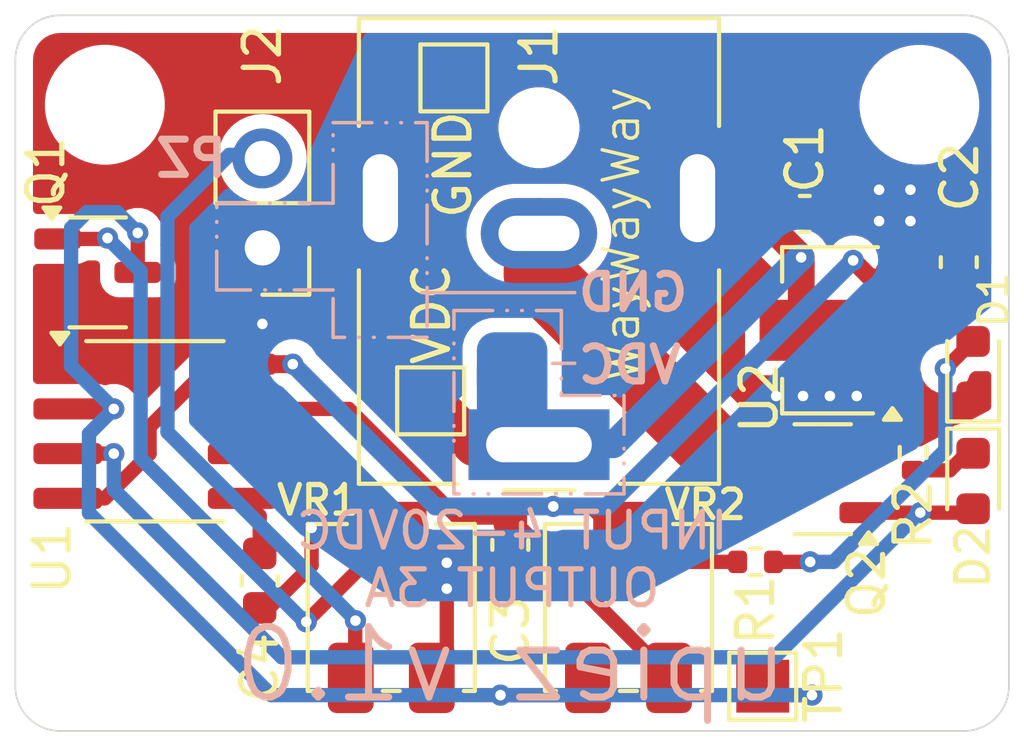
<source format=kicad_pcb>
(kicad_pcb (version 20240108) (generator "pcbnew") (generator_version "8.0")
  (layers (0 "F.Cu" signal) (31 "B.Cu" signal) (34 "B.Paste" user) (35 "F.Paste" user) (36 "B.SilkS" user "B.Silkscreen") (37 "F.SilkS" user "F.Silkscreen") (38 "B.Mask" user) (39 "F.Mask" user) (44 "Edge.Cuts" user))
  (net 0 "")
  (net 1 "GND")
  (net 2 "/L1-")
  (net 3 "/O1")
  (net 4 "/RC1")
  (net 5 "/CV1")
  (net 6 "/In1")
  (net 7 "/Piezo1")
  (net 8 "/P1")
  (net 9 "Net-(D1-A)")
  (net 10 "/3.3V")
  (net 11 "Net-(D2-K)")
  (net 12 "/VDC")
  (footprint "Capacitor_SMD:C_0603_1608Metric" (layer "F.Cu") (at 39.4462 40.4368 -90)
    (property "Reference" "C3" (at 2.4384 0 -90) (layer "F.SilkS"))
    (property "Value" "1uF")
    (fp_line (start -0.14058 0.51) (end 0.14058 0.51) (stroke (width 0.12)) (layer "F.SilkS"))
    (fp_line (start -0.14058 -0.51) (end 0.14058 -0.51) (stroke (width 0.12)) (layer "F.SilkS"))
    (pad "1" smd roundrect (at -0.775 0 270) (size 0.9 0.95) (layers "F.Cu" "F.Paste" "F.Mask") (net 4 "/RC1"))
    (pad "2" smd roundrect (at 0.775 0 270) (size 0.9 0.95) (layers "F.Cu" "F.Paste" "F.Mask") (net 1 "GND"))
  )
  (footprint "Potentiometer_SMD:Potentiometer_Bourns_3314J_Vertical" (layer "F.Cu") (at 42.799 42.2148 180)
    (property "Reference" "VR2" (at -0.9398 2.921 0) (layer "F.SilkS") (effects (font (size 0.8128 0.8128)) (justify left)))
    (property "Value" "100K")
    (fp_line (start 2.37 -2.37) (end 2.37 2.37) (stroke (width 0.12)) (layer "F.SilkS"))
    (fp_line (start 2.06 -2.37) (end 2.37 -2.37) (stroke (width 0.12)) (layer "F.SilkS"))
    (fp_line (start 1.26 2.37) (end 2.37 2.37) (stroke (width 0.12)) (layer "F.SilkS"))
    (fp_line (start -0.24 -2.37) (end 0.24 -2.37) (stroke (width 0.12)) (layer "F.SilkS"))
    (fp_line (start -2.37 2.37) (end -1.27 2.37) (stroke (width 0.12)) (layer "F.SilkS"))
    (fp_line (start -2.37 -2.37) (end -2.06 -2.37) (stroke (width 0.12)) (layer "F.SilkS"))
    (fp_line (start -2.37 -2.37) (end -2.37 2.37) (stroke (width 0.12)) (layer "F.SilkS"))
    (pad "1" smd roundrect (at -1.15 -2 180) (size 1.3 2) (layers "F.Cu" "F.Paste" "F.Mask") (roundrect_rratio 0.1923076923) (net 4 "/RC1"))
    (pad "2" smd roundrect (at 0 2 180) (size 2 2) (layers "F.Cu" "F.Paste" "F.Mask") (roundrect_rratio 0.125) (net 10 "/3.3V"))
    (pad "3" smd roundrect (at 1.15 -2 180) (size 1.3 2) (layers "F.Cu" "F.Paste" "F.Mask") (roundrect_rratio 0.1923076923) (net 6 "/In1"))
  )
  (footprint "Package_SO:SOIC-8_3.9x4.9mm_P1.27mm" (layer "F.Cu") (at 29.3624 37.211)
    (property "Reference" "U1" (at -2.921 3.6068 90) (layer "F.SilkS"))
    (property "Value" "TLC555")
    (fp_line (start 0 -2.56) (end -1.95 -2.56) (stroke (width 0.12)) (layer "F.SilkS"))
    (fp_line (start 0 -2.56) (end 1.95 -2.56) (stroke (width 0.12)) (layer "F.SilkS"))
    (fp_line (start 0 2.56) (end -1.95 2.56) (stroke (width 0.12)) (layer "F.SilkS"))
    (fp_line (start 0 2.56) (end 1.95 2.56) (stroke (width 0.12)) (layer "F.SilkS"))
    (fp_poly (pts (xy -2.7 -2.465) (xy -2.94 -2.795) (xy -2.46 -2.795) (xy -2.7 -2.465)) (stroke (width 0.12)) (fill solid) (layer "F.SilkS"))
    (pad "1" smd roundrect (at -2.475 -1.905) (size 1.95 0.6) (layers "F.Cu" "F.Paste" "F.Mask") (net 1 "GND"))
    (pad "2" smd roundrect (at -2.475 -0.635) (size 1.95 0.6) (layers "F.Cu" "F.Paste" "F.Mask") (net 6 "/In1"))
    (pad "3" smd roundrect (at -2.475 0.635) (size 1.95 0.6) (layers "F.Cu" "F.Paste" "F.Mask") (net 3 "/O1"))
    (pad "4" smd roundrect (at -2.475 1.905) (size 1.95 0.6) (layers "F.Cu" "F.Paste" "F.Mask") (net 10 "/3.3V"))
    (pad "5" smd roundrect (at 2.475 1.905) (size 1.95 0.6) (layers "F.Cu" "F.Paste" "F.Mask") (net 5 "/CV1"))
    (pad "6" smd roundrect (at 2.475 0.635) (size 1.95 0.6) (layers "F.Cu" "F.Paste" "F.Mask") (net 4 "/RC1"))
    (pad "7" smd roundrect (at 2.475 -0.635) (size 1.95 0.6) (layers "F.Cu" "F.Paste" "F.Mask") (net 4 "/RC1"))
    (pad "8" smd roundrect (at 2.475 -1.905) (size 1.95 0.6) (layers "F.Cu" "F.Paste" "F.Mask") (net 10 "/3.3V"))
  )
  (footprint "MountingHole:MountingHole_2.7mm_M2.5" (layer "F.Cu") (at 51.054 43.18)
    (property "Reference" "S" (hide yes))
    (property "Value" "M3" (hide yes))
    (pad "" np_thru_hole circle (at 0 0) (size 2.7 2.7) (drill 2.7) (layers "*.Cu" "*.Mask"))
  )
  (footprint "MountingHole:MountingHole_2.7mm_M2.5" (layer "F.Cu") (at 51.054 27.94)
    (property "Reference" "S" (hide yes))
    (property "Value" "M3" (hide yes))
    (pad "" np_thru_hole circle (at 0 0) (size 2.7 2.7) (drill 2.7) (layers "*.Cu" "*.Mask"))
  )
  (footprint "Connector_PinHeader_2.54mm:PinHeader_1x02_P2.54mm_Vertical" (layer "F.Cu") (at 32.4104 32.004 180)
    (property "Reference" "J2" (at 0 5.461 90) (layer "F.SilkS"))
    (property "Value" "Conn_01x02_Pin" (hide yes))
    (fp_line (start 1.33 1.27) (end 1.33 3.87) (stroke (width 0.12)) (layer "F.SilkS"))
    (fp_line (start -1.33 3.87) (end 1.33 3.87) (stroke (width 0.12)) (layer "F.SilkS"))
    (fp_line (start -1.33 1.27) (end 1.33 1.27) (stroke (width 0.12)) (layer "F.SilkS"))
    (fp_line (start -1.33 1.27) (end -1.33 3.87) (stroke (width 0.12)) (layer "F.SilkS"))
    (fp_line (start -1.33 0) (end -1.33 -1.33) (stroke (width 0.12)) (layer "F.SilkS"))
    (fp_line (start -1.33 -1.33) (end 0 -1.33) (stroke (width 0.12)) (layer "F.SilkS"))
    (pad "1" thru_hole rect (at 0 0 180) (size 1.7 1.7) (drill 1) (layers "*.Cu" "*.Mask") (net 1 "GND"))
    (pad "2" thru_hole oval (at 0 2.54 180) (size 1.7 1.7) (drill 1) (layers "*.Cu" "*.Mask") (net 7 "/Piezo1"))
  )
  (footprint "TestPoint:TestPoint_Pad_1.5x1.5mm" (layer "F.Cu") (at 37.1856 36.3474 180)
    (property "Reference" "VDC" (at -0.0254 2.4638 90) (layer "F.SilkS") (effects (font (size 0.9906 0.9906) (thickness 0.1524) (bold yes))))
    (property "Value" "TestPoint_Pad_1.5x1.5mm" (hide yes))
    (fp_line (start 0.95 0.95) (end -0.95 0.95) (stroke (width 0.12)) (layer "F.SilkS"))
    (fp_line (start 0.95 -0.95) (end 0.95 0.95) (stroke (width 0.12)) (layer "F.SilkS"))
    (fp_line (start -0.95 0.95) (end -0.95 -0.95) (stroke (width 0.12)) (layer "F.SilkS"))
    (fp_line (start -0.95 -0.95) (end 0.95 -0.95) (stroke (width 0.12)) (layer "F.SilkS"))
    (pad "1" smd rect (at 0 0 180) (size 1.5 1.5) (layers "F.Cu" "F.Mask") (net 12 "/VDC"))
  )
  (footprint "TestPoint:TestPoint_Pad_1.5x1.5mm" (layer "F.Cu") (at 46.609 44.45 180)
    (property "Reference" "TP1" (at -1.7272 0.3048 90) (layer "F.SilkS") (effects (font (size 0.9906 0.9906) (thickness 0.1524) (bold yes))))
    (property "Value" "TestPoint_Pad_1.5x1.5mm" (hide yes))
    (fp_line (start 0.95 0.95) (end -0.95 0.95) (stroke (width 0.12)) (layer "F.SilkS"))
    (fp_line (start 0.95 -0.95) (end 0.95 0.95) (stroke (width 0.12)) (layer "F.SilkS"))
    (fp_line (start -0.95 0.95) (end -0.95 -0.95) (stroke (width 0.12)) (layer "F.SilkS"))
    (fp_line (start -0.95 -0.95) (end 0.95 -0.95) (stroke (width 0.12)) (layer "F.SilkS"))
    (pad "1" smd rect (at 0 0 180) (size 1.5 1.5) (layers "F.Cu" "F.Mask") (net 6 "/In1"))
  )
  (footprint "MountingHole:MountingHole_2.7mm_M2.5" (layer "F.Cu") (at 27.94 27.94)
    (property "Reference" "S" (hide yes))
    (property "Value" "M3" (hide yes))
    (pad "" np_thru_hole circle (at 0 0) (size 2.7 2.7) (drill 2.7) (layers "*.Cu" "*.Mask"))
  )
  (footprint "MountingHole:MountingHole_2.7mm_M2.5" (layer "F.Cu") (at 27.94 43.18)
    (property "Reference" "S" (hide yes))
    (property "Value" "M3" (hide yes))
    (pad "" np_thru_hole circle (at 0 0) (size 2.7 2.7) (drill 2.7) (layers "*.Cu" "*.Mask"))
  )
  (footprint "LED_SMD:LED_0603_1608Metric" (layer "F.Cu") (at 52.578 38.6232 -90)
    (property "Reference" "D2" (at 2.159 0 90) (layer "F.SilkS") (effects (font (size 0.9144 0.9144))))
    (property "Value" "~" (hide yes))
    (fp_line (start -1.485 0.735) (end 0.8 0.735) (stroke (width 0.12)) (layer "F.SilkS"))
    (fp_line (start -1.485 -0.735) (end -1.485 0.735) (stroke (width 0.12)) (layer "F.SilkS"))
    (fp_line (start 0.8 -0.735) (end -1.485 -0.735) (stroke (width 0.12)) (layer "F.SilkS"))
    (pad "1" smd roundrect (at -0.7875 0 270) (size 0.875 0.95) (layers "F.Cu" "F.Paste" "F.Mask") (net 11 "Net-(D2-K)"))
    (pad "2" smd roundrect (at 0.7875 0 270) (size 0.875 0.95) (layers "F.Cu" "F.Paste" "F.Mask") (net 3 "/O1"))
  )
  (footprint "Connector_BarrelJack:BarrelJack_CUI_PJ-063AH_Horizontal" (layer "F.Cu") (at 40.259 37.592 180)
    (property "Reference" "J1" (at 0 11.049 90) (layer "F.SilkS"))
    (property "Value" "Barrel_Jack_MountingPin" (hide yes))
    (fp_line (start 5.11 12.11) (end -5.11 12.11) (stroke (width 0.12)) (layer "F.SilkS"))
    (fp_line (start 5.11 9.05) (end 5.11 12.11) (stroke (width 0.12)) (layer "F.SilkS"))
    (fp_line (start 5.11 -1.11) (end 5.11 4.95) (stroke (width 0.12)) (layer "F.SilkS"))
    (fp_line (start 2.3 -1.11) (end 5.11 -1.11) (stroke (width 0.12)) (layer "F.SilkS"))
    (fp_line (start -1 -1.3) (end 1 -1.3) (stroke (width 0.12)) (layer "F.SilkS"))
    (fp_line (start -5.11 12.11) (end -5.11 9.05) (stroke (width 0.12)) (layer "F.SilkS"))
    (fp_line (start -5.11 4.95) (end -5.11 -1.11) (stroke (width 0.12)) (layer "F.SilkS"))
    (fp_line (start -5.11 -1.11) (end -2.3 -1.11) (stroke (width 0.12)) (layer "F.SilkS"))
    (pad "" np_thru_hole circle (at 0 9 180) (size 1.6 1.6) (drill 1.6) (layers "*.Cu" "*.Mask"))
    (pad "1" thru_hole rect (at 0 0 180) (size 4 2) (drill oval 3 1) (layers "*.Cu" "*.Mask") (net 12 "/VDC"))
    (pad "2" thru_hole oval (at 0 6 180) (size 3.3 2) (drill oval 2.3 1) (layers "*.Cu" "*.Mask") (net 2 "/L1-"))
    (pad "MP" thru_hole oval (at -4.5 7 180) (size 2 3.5) (drill oval 1 2.5) (layers "*.Cu" "*.Mask") (net 1 "GND"))
    (pad "MP" thru_hole oval (at 4.5 7 180) (size 2 3.5) (drill oval 1 2.5) (layers "*.Cu" "*.Mask") (net 1 "GND"))
  )
  (footprint "Capacitor_SMD:C_0603_1608Metric" (layer "F.Cu") (at 52.1716 32.4104 90)
    (property "Reference" "C2" (at 2.413 0.0254 90) (layer "F.SilkS"))
    (property "Value" "1uF")
    (fp_line (start -0.14058 -0.51) (end 0.14058 -0.51) (stroke (width 0.12)) (layer "F.SilkS"))
    (fp_line (start -0.14058 0.51) (end 0.14058 0.51) (stroke (width 0.12)) (layer "F.SilkS"))
    (pad "1" smd roundrect (at -0.775 0 90) (size 0.9 0.95) (layers "F.Cu" "F.Paste" "F.Mask") (net 10 "/3.3V"))
    (pad "2" smd roundrect (at 0.775 0 90) (size 0.9 0.95) (layers "F.Cu" "F.Paste" "F.Mask") (net 1 "GND"))
  )
  (footprint "LED_SMD:LED_0603_1608Metric" (layer "F.Cu") (at 52.578 35.4482 90)
    (property "Reference" "D1" (at 1.971 0.5842 90) (layer "F.SilkS") (effects (font (size 0.8001 0.8001) (thickness 0.127))))
    (property "Value" "~" (hide yes))
    (fp_line (start 0.8 -0.735) (end -1.485 -0.735) (stroke (width 0.12)) (layer "F.SilkS"))
    (fp_line (start -1.485 -0.735) (end -1.485 0.735) (stroke (width 0.12)) (layer "F.SilkS"))
    (fp_line (start -1.485 0.735) (end 0.8 0.735) (stroke (width 0.12)) (layer "F.SilkS"))
    (pad "1" smd roundrect (at -0.7875 0 90) (size 0.875 0.95) (layers "F.Cu" "F.Paste" "F.Mask") (net 1 "GND"))
    (pad "2" smd roundrect (at 0.7875 0 90) (size 0.875 0.95) (layers "F.Cu" "F.Paste" "F.Mask") (net 9 "Net-(D1-A)"))
  )
  (footprint "Resistor_SMD:R_0402_1005Metric" (layer "F.Cu") (at 50.8762 37.8104 90)
    (property "Reference" "R2" (at -1.778 0 90) (layer "F.SilkS"))
    (property "Value" "330")
    (fp_line (start -0.153641 -0.38) (end 0.153641 -0.38) (stroke (width 0.12)) (layer "F.SilkS"))
    (fp_line (start -0.153641 0.38) (end 0.153641 0.38) (stroke (width 0.12)) (layer "F.SilkS"))
    (pad "1" smd roundrect (at -0.51 0 90) (size 0.54 0.64) (layers "F.Cu" "F.Paste" "F.Mask") (net 11 "Net-(D2-K)"))
    (pad "2" smd roundrect (at 0.51 0 90) (size 0.54 0.64) (layers "F.Cu" "F.Paste" "F.Mask") (net 1 "GND"))
  )
  (footprint "Capacitor_SMD:C_0603_1608Metric" (layer "F.Cu") (at 32.3342 41.4528 -90)
    (property "Reference" "C4" (at 2.4638 0 90) (layer "F.SilkS"))
    (property "Value" "1uF")
    (fp_line (start -0.14058 0.51) (end 0.14058 0.51) (stroke (width 0.12)) (layer "F.SilkS"))
    (fp_line (start -0.14058 -0.51) (end 0.14058 -0.51) (stroke (width 0.12)) (layer "F.SilkS"))
    (pad "1" smd roundrect (at -0.775 0 270) (size 0.9 0.95) (layers "F.Cu" "F.Paste" "F.Mask") (net 5 "/CV1"))
    (pad "2" smd roundrect (at 0.775 0 270) (size 0.9 0.95) (layers "F.Cu" "F.Paste" "F.Mask") (net 1 "GND"))
  )
  (footprint "Package_TO_SOT_SMD:SOT-23-3" (layer "F.Cu") (at 27.7368 32.7)
    (property "Reference" "Q1" (at -1.4732 -2.855 90) (layer "F.SilkS"))
    (property "Value" "DMN2046U" (hide yes))
    (fp_line (start 0 -1.56) (end -0.8 -1.56) (stroke (width 0.12)) (layer "F.SilkS"))
    (fp_line (start 0 -1.56) (end 0.8 -1.56) (stroke (width 0.12)) (layer "F.SilkS"))
    (fp_line (start 0 1.56) (end -0.8 1.56) (stroke (width 0.12)) (layer "F.SilkS"))
    (fp_line (start 0 1.56) (end 0.8 1.56) (stroke (width 0.12)) (layer "F.SilkS"))
    (fp_poly (pts (xy -1.3 -1.51) (xy -1.54 -1.84) (xy -1.06 -1.84) (xy -1.3 -1.51)) (stroke (width 0.12)) (fill solid) (layer "F.SilkS"))
    (pad "1" smd roundrect (at -1.1375 -0.95) (size 1.325 0.6) (layers "F.Cu" "F.Paste" "F.Mask") (net 8 "/P1"))
    (pad "2" smd roundrect (at -1.1375 0.95) (size 1.325 0.6) (layers "F.Cu" "F.Paste" "F.Mask") (net 1 "GND"))
    (pad "3" smd roundrect (at 1.1375 0) (size 1.325 0.6) (layers "F.Cu" "F.Paste" "F.Mask") (net 6 "/In1"))
  )
  (footprint "Package_TO_SOT_SMD:SOT-89-3" (layer "F.Cu") (at 48.5188 34.3439 180)
    (property "Reference" "U2" (at 2.0114 -1.9171 90) (layer "F.SilkS"))
    (property "Value" "AP7380")
    (fp_line (start 1.36 2.36) (end -1.36 2.36) (stroke (width 0.12)) (layer "F.SilkS"))
    (fp_line (start 1.36 1.38) (end 1.36 2.36) (stroke (width 0.12)) (layer "F.SilkS"))
    (fp_line (start 1.36 -1.38) (end 1.36 -2.36) (stroke (width 0.12)) (layer "F.SilkS"))
    (fp_line (start -1.22 -2.36) (end 1.36 -2.36) (stroke (width 0.12)) (layer "F.SilkS"))
    (fp_poly (pts (xy -1.77 -2.21) (xy -2.01 -2.54) (xy -1.53 -2.54) (xy -1.77 -2.21)) (stroke (width 0.12)) (fill solid) (layer "F.SilkS"))
    (pad "1" smd roundrect (at -1.95 -1.5 180) (size 1.3 0.9) (layers "F.Cu" "F.Paste" "F.Mask") (net 1 "GND"))
    (pad "2" smd custom (at -1.8625 0 180) (size 1.475 0.9) (layers "F.Cu" "F.Paste" "F.Mask") (net 12 "/VDC") (options (clearance outline) (anchor rect)) (primitives (gr_poly (pts (xy 3.8625 0.8665) (xy 0.7375 0.8665) (xy 0.7375 -0.8665) (xy 3.8625 -0.8665)) (width 0) (fill yes))))
    (pad "3" smd roundrect (at -1.95 1.5 180) (size 1.3 0.9) (layers "F.Cu" "F.Paste" "F.Mask") (net 10 "/3.3V"))
  )
  (footprint "Capacitor_SMD:C_0603_1608Metric" (layer "F.Cu") (at 47.8028 31.0388)
    (property "Reference" "C1" (at 0 -1.5748 90) (layer "F.SilkS"))
    (property "Value" "1uF")
    (fp_line (start -0.14058 -0.51) (end 0.14058 -0.51) (stroke (width 0.12)) (layer "F.SilkS"))
    (fp_line (start -0.14058 0.51) (end 0.14058 0.51) (stroke (width 0.12)) (layer "F.SilkS"))
    (pad "1" smd roundrect (at -0.775 0) (size 0.9 0.95) (layers "F.Cu" "F.Paste" "F.Mask") (net 12 "/VDC"))
    (pad "2" smd roundrect (at 0.775 0) (size 0.9 0.95) (layers "F.Cu" "F.Paste" "F.Mask") (net 1 "GND"))
  )
  (footprint "TestPoint:TestPoint_Pad_1.5x1.5mm" (layer "F.Cu") (at 37.846 27.178)
    (property "Reference" "GND" (at -0.0254 2.4638 90) (layer "F.SilkS") (effects (font (size 0.9906 0.9906) (thickness 0.1524) (bold yes))))
    (property "Value" "TestPoint_Pad_1.5x1.5mm" (hide yes))
    (fp_line (start -0.95 -0.95) (end 0.95 -0.95) (stroke (width 0.12)) (layer "F.SilkS"))
    (fp_line (start -0.95 0.95) (end -0.95 -0.95) (stroke (width 0.12)) (layer "F.SilkS"))
    (fp_line (start 0.95 -0.95) (end 0.95 0.95) (stroke (width 0.12)) (layer "F.SilkS"))
    (fp_line (start 0.95 0.95) (end -0.95 0.95) (stroke (width 0.12)) (layer "F.SilkS"))
    (pad "1" smd rect (at 0 0) (size 1.5 1.5) (layers "F.Cu" "F.Mask") (net 1 "GND"))
  )
  (footprint "Potentiometer_SMD:Potentiometer_Bourns_3314J_Vertical" (layer "F.Cu") (at 36.068 42.2148 180)
    (property "Reference" "VR1" (at 3.3274 3.048 180) (layer "F.SilkS") (effects (font (size 0.8128 0.8128)) (justify left)))
    (property "Value" "100K")
    (fp_line (start 2.37 -2.37) (end 2.37 2.37) (stroke (width 0.12)) (layer "F.SilkS"))
    (fp_line (start 2.06 -2.37) (end 2.37 -2.37) (stroke (width 0.12)) (layer "F.SilkS"))
    (fp_line (start 1.26 2.37) (end 2.37 2.37) (stroke (width 0.12)) (layer "F.SilkS"))
    (fp_line (start -0.24 -2.37) (end 0.24 -2.37) (stroke (width 0.12)) (layer "F.SilkS"))
    (fp_line (start -2.37 2.37) (end -1.27 2.37) (stroke (width 0.12)) (layer "F.SilkS"))
    (fp_line (start -2.37 -2.37) (end -2.06 -2.37) (stroke (width 0.12)) (layer "F.SilkS"))
    (fp_line (start -2.37 -2.37) (end -2.37 2.37) (stroke (width 0.12)) (layer "F.SilkS"))
    (pad "1" smd roundrect (at -1.15 -2 180) (size 1.3 2) (layers "F.Cu" "F.Paste" "F.Mask") (roundrect_rratio 0.1923076923) (net 1 "GND"))
    (pad "2" smd roundrect (at 0 2 180) (size 2 2) (layers "F.Cu" "F.Paste" "F.Mask") (roundrect_rratio 0.125) (net 8 "/P1"))
    (pad "3" smd roundrect (at 1.15 -2 180) (size 1.3 2) (layers "F.Cu" "F.Paste" "F.Mask") (roundrect_rratio 0.1923076923) (net 7 "/Piezo1"))
  )
  (footprint "Package_TO_SOT_SMD:SOT-23-3" (layer "F.Cu") (at 48.3108 38.5724 180)
    (property "Reference" "Q2" (at -1.2446 -2.9464 90) (layer "F.SilkS"))
    (property "Value" "DMN2046U" (hide yes))
    (fp_line (start 0 1.56) (end 0.8 1.56) (stroke (width 0.12)) (layer "F.SilkS"))
    (fp_line (start 0 1.56) (end -0.8 1.56) (stroke (width 0.12)) (layer "F.SilkS"))
    (fp_line (start 0 -1.56) (end 0.8 -1.56) (stroke (width 0.12)) (layer "F.SilkS"))
    (fp_line (start 0 -1.56) (end -0.8 -1.56) (stroke (width 0.12)) (layer "F.SilkS"))
    (fp_poly (pts (xy -1.3 -1.51) (xy -1.54 -1.84) (xy -1.06 -1.84) (xy -1.3 -1.51)) (stroke (width 0.12)) (fill solid) (layer "F.SilkS"))
    (pad "1" smd roundrect (at -1.1375 -0.95 180) (size 1.325 0.6) (layers "F.Cu" "F.Paste" "F.Mask") (net 3 "/O1"))
    (pad "2" smd roundrect (at -1.1375 0.95 180) (size 1.325 0.6) (layers "F.Cu" "F.Paste" "F.Mask") (net 1 "GND"))
    (pad "3" smd roundrect (at 1.1375 0 180) (size 1.325 0.6) (layers "F.Cu" "F.Paste" "F.Mask") (net 2 "/L1-"))
  )
  (footprint "Resistor_SMD:R_0402_1005Metric" (layer "F.Cu") (at 46.4058 40.9194)
    (property "Reference" "R1" (at 0 1.3716 90) (layer "F.SilkS"))
    (property "Value" "330")
    (fp_line (start -0.153641 -0.38) (end 0.153641 -0.38) (stroke (width 0.12)) (layer "F.SilkS"))
    (fp_line (start -0.153641 0.38) (end 0.153641 0.38) (stroke (width 0.12)) (layer "F.SilkS"))
    (pad "1" smd roundrect (at -0.51 0) (size 0.54 0.64) (layers "F.Cu" "F.Paste" "F.Mask") (net 10 "/3.3V"))
    (pad "2" smd roundrect (at 0.51 0) (size 0.54 0.64) (layers "F.Cu" "F.Paste" "F.Mask") (net 9 "Net-(D1-A)"))
  )
  (footprint "Connector_Wire:SolderWirePad_1x01_SMD_1x2mm" (layer "B.Cu") (at 39.497 35.4 -90)
    (property "Reference" "J3" (hide yes))
    (property "Value" "Conn_01x01")
    (pad "1" smd roundrect (at 0 0 270) (size 2 2) (layers "B.Cu" "B.Mask") (net 12 "/VDC"))
  )
  (footprint "Connector_Wire:SolderWirePad_1x01_SMD_1x2mm" (layer "B.Cu") (at 35.7632 33.2994 -90)
    (property "Reference" "J4" (hide yes))
    (property "Value" "Conn_01x01")
    (pad "1" smd roundrect (at 0 0 270) (size 2 2) (layers "B.Cu" "B.Mask") (net 1 "GND"))
  )
  (gr_poly (pts (xy 31.115 33.1978) (xy 31.115 30.734) (xy 34.417 30.734) (xy 34.417 28.448) (xy 37.084 28.448) (xy 37.084 34.544) (xy 34.417 34.544) (xy 34.417 33.1978)) (stroke (width 0.1) (type dash_dot_dot)) (fill none) (layer "B.SilkS"))
  (gr_poly (pts (xy 40.894 33.782) (xy 40.894 36.195) (xy 42.672 36.195) (xy 42.672 38.989) (xy 37.846 38.989) (xy 37.846 33.782)) (stroke (width 0.1) (type dash_dot_dot)) (fill none) (layer "B.SilkS"))
  (gr_line (start 41.275 35.2806) (end 40.64 35.2806) (stroke (width 0.1)) (layer "B.SilkS"))
  (gr_line (start 41.275 33.274) (end 36.9316 33.274) (stroke (width 0.1)) (layer "B.SilkS"))
  (gr_arc (start 53.594 44.45) (mid 53.222026 45.348026) (end 52.324 45.72) (stroke (width 0.05)) (layer "Edge.Cuts"))
  (gr_line (start 25.4 29.718) (end 25.4 26.67) (stroke (width 0.05)) (layer "Edge.Cuts"))
  (gr_arc (start 52.324 25.4) (mid 53.222026 25.771974) (end 53.594 26.67) (stroke (width 0.05)) (layer "Edge.Cuts"))
  (gr_line (start 25.4 44.45) (end 25.4 29.718) (stroke (width 0.05)) (layer "Edge.Cuts"))
  (gr_arc (start 26.67 45.72) (mid 25.771974 45.348026) (end 25.4 44.45) (stroke (width 0.05)) (layer "Edge.Cuts"))
  (gr_line (start 26.67 25.4) (end 52.324 25.4) (stroke (width 0.05)) (layer "Edge.Cuts"))
  (gr_arc (start 25.4 26.67) (mid 25.771974 25.771974) (end 26.67 25.4) (stroke (width 0.05)) (layer "Edge.Cuts"))
  (gr_line (start 53.594 26.67) (end 53.594 44.45) (stroke (width 0.05)) (layer "Edge.Cuts"))
  (gr_line (start 52.324 45.72) (end 26.67 45.72) (stroke (width 0.05)) (layer "Edge.Cuts"))
  (gr_text "upiez v1.0" (at 39.4716 42.672 0) (layer "B.SilkS") (effects (font (size 2 2) (thickness 0.2)) (justify top mirror)))
  (gr_text "INPUT 4-20VDC\nOUTPUT 3A" (at 39.497 42.2656 0) (layer "B.SilkS") (effects (font (size 1.016 1.016)) (justify bottom mirror)))
  (gr_text "GND" (at 41.275 33.8582 0) (layer "B.SilkS") (effects (font (size 1 1) (thickness 0.2) (bold yes)) (justify right bottom mirror)))
  (gr_text "PZ" (at 31.496 29.464 0) (layer "B.SilkS") (effects (font (size 1 1) (thickness 0.2) (bold yes)) (justify left mirror)))
  (gr_text "VDC" (at 41.275 35.9156 0) (layer "B.SilkS") (effects (font (size 1 1) (thickness 0.2) (bold yes)) (justify right bottom mirror)))
  (gr_text "WayWayWay" (at 43.18 31.623 90) (layer "F.SilkS") (effects (font (size 1 1) (thickness 0.1)) (justify bottom)))
  (segment (start 33.8074 39.9542) (end 33.8074 41.021) (width 0.4064) (layer "F.Cu") (net 1))
  (segment (start 37.6428 41.6814) (end 37.6428 43.79) (width 0.4064) (layer "F.Cu") (net 1))
  (segment (start 33.8074 41.021) (end 32.5374 42.291) (width 0.4064) (layer "F.Cu") (net 1))
  (via (at 50.8 30.353) (size 0.6) (drill 0.3) (layers "F.Cu" "B.Cu") (net 1))
  (via (at 37.6428 40.9448) (size 0.6) (drill 0.3) (layers "F.Cu" "B.Cu") (net 1))
  (via (at 49.911 30.353) (size 0.6) (drill 0.3) (layers "F.Cu" "B.Cu") (net 1))
  (via (at 46.99 36.2102) (size 0.6) (drill 0.3) (layers "F.Cu" "B.Cu") (net 1))
  (via (at 37.6428 41.6814) (size 0.6) (drill 0.3) (layers "F.Cu" "B.Cu") (net 1))
  (via (at 32.4104 34.163) (size 0.6) (drill 0.3) (layers "F.Cu" "B.Cu") (net 1))
  (via (at 49.276 36.2102) (size 0.6) (drill 0.3) (layers "F.Cu" "B.Cu") (net 1))
  (via (at 48.514 36.2102) (size 0.6) (drill 0.3) (layers "F.Cu" "B.Cu") (net 1))
  (via (at 50.8 31.242) (size 0.6) (drill 0.3) (layers "F.Cu" "B.Cu") (net 1))
  (via (at 33.8074 39.9542) (size 0.6) (drill 0.3) (layers "F.Cu" "B.Cu") (net 1))
  (via (at 47.752 36.2102) (size 0.6) (drill 0.3) (layers "F.Cu" "B.Cu") (net 1))
  (via (at 49.911 31.242) (size 0.6) (drill 0.3) (layers "F.Cu" "B.Cu") (net 1))
  (segment (start 46.0654 38.5724) (end 40.259 32.766) (width 2) (layer "F.Cu") (net 2))
  (segment (start 47.1733 38.5724) (end 46.0654 38.5724) (width 2) (layer "F.Cu") (net 2))
  (segment (start 40.259 32.766) (end 40.259 31.592) (width 2) (layer "F.Cu") (net 2))
  (segment (start 26.8874 37.846) (end 28.194 37.846) (width 0.4064) (layer "F.Cu") (net 3))
  (segment (start 49.4483 39.5224) (end 52.4663 39.5224) (width 0.4064) (layer "F.Cu") (net 3))
  (via (at 28.194 37.846) (size 0.6) (drill 0.3) (layers "F.Cu" "B.Cu") (net 3))
  (via (at 51.0794 39.5224) (size 0.6) (drill 0.3) (layers "F.Cu" "B.Cu") (net 3))
  (segment (start 51.0794 39.5224) (end 51.054 39.5224) (width 0.4064) (layer "B.Cu") (net 3))
  (segment (start 46.9472 43.6292) (end 32.9612 43.6292) (width 0.4064) (layer "B.Cu") (net 3))
  (segment (start 32.9612 43.6292) (end 28.194 38.862) (width 0.4064) (layer "B.Cu") (net 3))
  (segment (start 51.054 39.5224) (end 46.9472 43.6292) (width 0.4064) (layer "B.Cu") (net 3))
  (segment (start 28.194 38.862) (end 28.194 37.846) (width 0.4064) (layer "B.Cu") (net 3))
  (segment (start 34.859892 36.576) (end 31.8374 36.576) (width 0.4064) (layer "F.Cu") (net 4))
  (segment (start 39.4462 39.6618) (end 37.945692 39.6618) (width 0.4064) (layer "F.Cu") (net 4))
  (segment (start 43.949 44.1646) (end 39.4462 39.6618) (width 0.4064) (layer "F.Cu") (net 4))
  (segment (start 31.8374 36.576) (end 31.8374 37.846) (width 0.4064) (layer "F.Cu") (net 4))
  (segment (start 37.945692 39.6618) (end 34.859892 36.576) (width 0.4064) (layer "F.Cu") (net 4))
  (segment (start 32.3342 39.6128) (end 31.8374 39.116) (width 0.4064) (layer "F.Cu") (net 5))
  (segment (start 32.3342 40.6778) (end 32.3342 39.6128) (width 0.4064) (layer "F.Cu") (net 5))
  (segment (start 28.8743 31.5777) (end 28.8743 32.7) (width 0.4064) (layer "F.Cu") (net 6))
  (segment (start 48.006 44.704) (end 46.863 44.704) (width 0.4064) (layer "F.Cu") (net 6))
  (segment (start 41.1598 44.704) (end 41.649 44.2148) (width 0.4064) (layer "F.Cu") (net 6))
  (segment (start 26.8874 36.576) (end 28.194 36.576) (width 0.4064) (layer "F.Cu") (net 6))
  (segment (start 39.1668 44.704) (end 41.1598 44.704) (width 0.4064) (layer "F.Cu") (net 6))
  (via (at 39.1668 44.704) (size 0.6) (drill 0.3) (layers "F.Cu" "B.Cu") (net 6))
  (via (at 48.006 44.704) (size 0.6) (drill 0.3) (layers "F.Cu" "B.Cu") (net 6))
  (via (at 28.194 36.576) (size 0.6) (drill 0.3) (layers "F.Cu" "B.Cu") (net 6))
  (via (at 28.8743 31.5777) (size 0.6) (drill 0.3) (layers "F.Cu" "B.Cu") (net 6))
  (segment (start 27.4908 37.2792) (end 28.194 36.576) (width 0.4064) (layer "B.Cu") (net 6))
  (segment (start 26.9828 31.4372) (end 26.9828 35.3648) (width 0.4064) (layer "B.Cu") (net 6))
  (segment (start 32.663531 44.704) (end 27.4908 39.531269) (width 0.4064) (layer "B.Cu") (net 6))
  (segment (start 26.9828 35.3648) (end 28.194 36.576) (width 0.4064) (layer "B.Cu") (net 6))
  (segment (start 28.2846 30.988) (end 27.432 30.988) (width 0.4064) (layer "B.Cu") (net 6))
  (segment (start 48.006 44.704) (end 32.663531 44.704) (width 0.4064) (layer "B.Cu") (net 6))
  (segment (start 27.4908 39.531269) (end 27.4908 37.2792) (width 0.4064) (layer "B.Cu") (net 6))
  (segment (start 28.8743 31.5777) (end 28.2846 30.988) (width 0.4064) (layer "B.Cu") (net 6))
  (segment (start 27.432 30.988) (end 26.9828 31.4372) (width 0.4064) (layer "B.Cu") (net 6))
  (segment (start 35.045 42.5948) (end 35.045 44.2148) (width 0.4064) (layer "F.Cu") (net 7))
  (segment (start 35.052 42.5878) (end 35.045 42.5948) (width 0.4064) (layer "F.Cu") (net 7))
  (via (at 35.052 42.5878) (size 0.6) (drill 0.3) (layers "F.Cu" "B.Cu") (net 7))
  (segment (start 29.718 31.115) (end 31.4706 29.3624) (width 0.4064) (layer "B.Cu") (net 7))
  (segment (start 35.052 42.5704) (end 29.718 37.2364) (width 0.4064) (layer "B.Cu") (net 7))
  (segment (start 31.4706 29.3624) (end 32.512 29.3624) (width 0.4064) (layer "B.Cu") (net 7))
  (segment (start 35.052 42.5878) (end 35.052 42.5704) (width 0.4064) (layer "B.Cu") (net 7))
  (segment (start 29.718 37.2364) (end 29.718 31.115) (width 0.4064) (layer "B.Cu") (net 7))
  (segment (start 28.0162 31.7246) (end 27.9908 31.75) (width 0.4064) (layer "F.Cu") (net 8))
  (segment (start 33.655 42.6212) (end 35.7632 40.513) (width 0.4064) (layer "F.Cu") (net 8))
  (segment (start 27.9908 31.75) (end 26.5993 31.75) (width 0.4064) (layer "F.Cu") (net 8))
  (via (at 28.0162 31.7246) (size 0.6) (drill 0.3) (layers "F.Cu" "B.Cu") (net 8))
  (via (at 33.655 42.6212) (size 0.6) (drill 0.3) (layers "F.Cu" "B.Cu") (net 8))
  (segment (start 33.6042 42.6212) (end 28.956 37.973) (width 0.4064) (layer "B.Cu") (net 8))
  (segment (start 33.655 42.6212) (end 33.6042 42.6212) (width 0.4064) (layer "B.Cu") (net 8))
  (segment (start 28.956 32.6644) (end 28.0162 31.7246) (width 0.4064) (layer "B.Cu") (net 8))
  (segment (start 28.956 37.973) (end 28.956 32.6644) (width 0.4064) (layer "B.Cu") (net 8))
  (segment (start 47.9552 40.9194) (end 46.9158 40.9194) (width 0.4064) (layer "F.Cu") (net 9))
  (segment (start 51.7906 35.433) (end 52.5629 34.6607) (width 0.4064) (layer "F.Cu") (net 9))
  (via (at 51.7906 35.433) (size 0.6) (drill 0.3) (layers "F.Cu" "B.Cu") (net 9))
  (via (at 47.9552 40.9194) (size 0.6) (drill 0.3) (layers "F.Cu" "B.Cu") (net 9))
  (segment (start 47.9552 40.9194) (end 48.6156 40.9194) (width 0.4064) (layer "B.Cu") (net 9))
  (segment (start 51.7906 37.7444) (end 51.7906 35.433) (width 0.4064) (layer "B.Cu") (net 9))
  (segment (start 48.6156 40.9194) (end 51.7906 37.7444) (width 0.4064) (layer "B.Cu") (net 9))
  (segment (start 45.8958 40.9194) (end 43.5036 40.9194) (width 0.4064) (layer "F.Cu") (net 10))
  (segment (start 49.6587 32.8439) (end 50.4688 32.8439) (width 0.508) (layer "F.Cu") (net 10))
  (segment (start 51.321 33.1854) (end 52.1716 33.1854) (width 0.508) (layer "F.Cu") (net 10))
  (segment (start 31.8374 35.306) (end 30.988 35.306) (width 0.4064) (layer "F.Cu") (net 10))
  (segment (start 29.21 37.084) (end 29.21 37.846) (width 0.4064) (layer "F.Cu") (net 10))
  (segment (start 30.988 35.306) (end 29.21 37.084) (width 0.4064) (layer "F.Cu") (net 10))
  (segment (start 29.21 37.846) (end 27.94 39.116) (width 0.4064) (layer "F.Cu") (net 10))
  (segment (start 33.274 35.306) (end 31.8374 35.306) (width 0.508) (layer "F.Cu") (net 10))
  (segment (start 40.6654 39.3446) (end 41.7256 39.3446) (width 0.4064) (layer "F.Cu") (net 10))
  (segment (start 41.7256 39.3446) (end 42.799 40.418) (width 0.4064) (layer "F.Cu") (net 10))
  (segment (start 27.94 39.116) (end 26.67 39.116) (width 0.4064) (layer "F.Cu") (net 10))
  (segment (start 49.1744 32.3596) (end 49.6587 32.8439) (width 0.508) (layer "F.Cu") (net 10))
  (segment (start 50.4688 32.8439) (end 50.9795 32.8439) (width 0.508) (layer "F.Cu") (net 10))
  (segment (start 50.9795 32.8439) (end 51.321 33.1854) (width 0.508) (layer "F.Cu") (net 10))
  (via (at 33.274 35.306) (size 0.6) (drill 0.3) (layers "F.Cu" "B.Cu") (net 10))
  (via (at 49.1744 32.3596) (size 0.6) (drill 0.3) (layers "F.Cu" "B.Cu") (net 10))
  (via (at 40.6654 39.3446) (size 0.6) (drill 0.3) (layers "F.Cu" "B.Cu") (net 10))
  (segment (start 49.1744 32.3596) (end 42.1894 39.3446) (width 0.508) (layer "B.Cu") (net 10))
  (segment (start 42.1894 39.3446) (end 40.6654 39.3446) (width 0.508) (layer "B.Cu") (net 10))
  (segment (start 37.3126 39.3446) (end 40.6654 39.3446) (width 0.508) (layer "B.Cu") (net 10))
  (segment (start 33.274 35.306) (end 37.3126 39.3446) (width 0.508) (layer "B.Cu") (net 10))
  (segment (start 51.9155 38.3204) (end 52.578 37.6579) (width 0.4064) (layer "F.Cu") (net 11))
  (segment (start 50.8762 38.3204) (end 51.9155 38.3204) (width 0.4064) (layer "F.Cu") (net 11))
  (segment (start 40.259 37.592) (end 38.4302 37.592) (width 1.22) (layer "F.Cu") (net 12))
  (segment (start 38.4302 37.592) (end 37.1856 36.3474) (width 1.22) (layer "F.Cu") (net 12))
  (segment (start 47.6986 32.2732) (end 47.0278 31.6024) (width 0.762) (layer "F.Cu") (net 12))
  (segment (start 47.7012 32.2758) (end 47.7012 33.5165) (width 0.762) (layer "F.Cu") (net 12))
  (segment (start 47.0278 31.6024) (end 47.0278 31.0388) (width 0.762) (layer "F.Cu") (net 12))
  (via (at 47.6986 32.2732) (size 0.6) (drill 0.3) (layers "F.Cu" "B.Cu") (net 12))
  (segment (start 42.3672 37.592) (end 39.497 37.592) (width 0.762) (layer "B.Cu") (net 12))
  (segment (start 47.686 32.2732) (end 42.3672 37.592) (width 0.762) (layer "B.Cu") (net 12))
  (segment (start 39.497 37.52215) (end 39.497 35.4) (width 2) (layer "B.Cu") (net 12))
  (segment (start 47.6986 32.2732) (end 47.686 32.2732) (width 0.762) (layer "B.Cu") (net 12))
  (zone (net 0) (net_name "") (layer "F.Cu") (name "FCuNoFill") (connect_pads (clearance 0)) (min_thickness 0.25)
    (keepout (tracks allowed) (vias allowed) (pads allowed) (copperpour not_allowed) (footprints allowed))
    (fill (thermal_gap 0.5) (thermal_bridge_width 0.5))
    (polygon (pts (xy 32.8676 34.544) (xy 35.56 34.036) (xy 37.592 32.766) (xy 38.354 30.988) (xy 41.275 36.322) (xy 37.973 37.592) (xy 35.56 41.021) (xy 33.909 41.021) (xy 32.766 40.259)))
  )
  (zone (net 1) (net_name "GND") (layers "F&B.Cu") (connect_pads yes (clearance 0.4064)) (min_thickness 0.254) (fill yes (thermal_gap 0.508) (thermal_bridge_width 0.508))
    (polygon (pts (xy 30.226 37.846) (xy 25.4 35.814) (xy 25.4 25.4) (xy 53.594 25.4) (xy 53.594 36.322) (xy 42.799 42.037) (xy 36.195 42.037)))
  )
  (zone (net 0) (net_name "") (layer "B.Cu") (name "NoBCu") (connect_pads (clearance 0)) (min_thickness 0.25)
    (keepout (tracks allowed) (vias allowed) (pads allowed) (copperpour not_allowed) (footprints allowed))
    (fill (thermal_gap 0.5) (thermal_bridge_width 0.5))
    (polygon (pts (xy 51.7906 34.7218) (xy 53.594 33.274) (xy 53.594 36.322) (xy 51.689 37.338) (xy 51.843 34.6482)))
  )
  (zone (net 0) (net_name "") (layer "B.Cu") (connect_pads (clearance 0)) (min_thickness 0.25)
    (keepout (tracks allowed) (vias allowed) (pads allowed) (copperpour not_allowed) (footprints allowed))
    (fill (thermal_gap 0.5) (thermal_bridge_width 0.5))
    (polygon (pts (xy 33.655 29.464) (xy 35.56 25.4) (xy 25.4 25.4) (xy 25.4 36.957) (xy 29.337 36.957) (xy 29.337 31.115) (xy 30.988 29.464)))
  )
)
</source>
